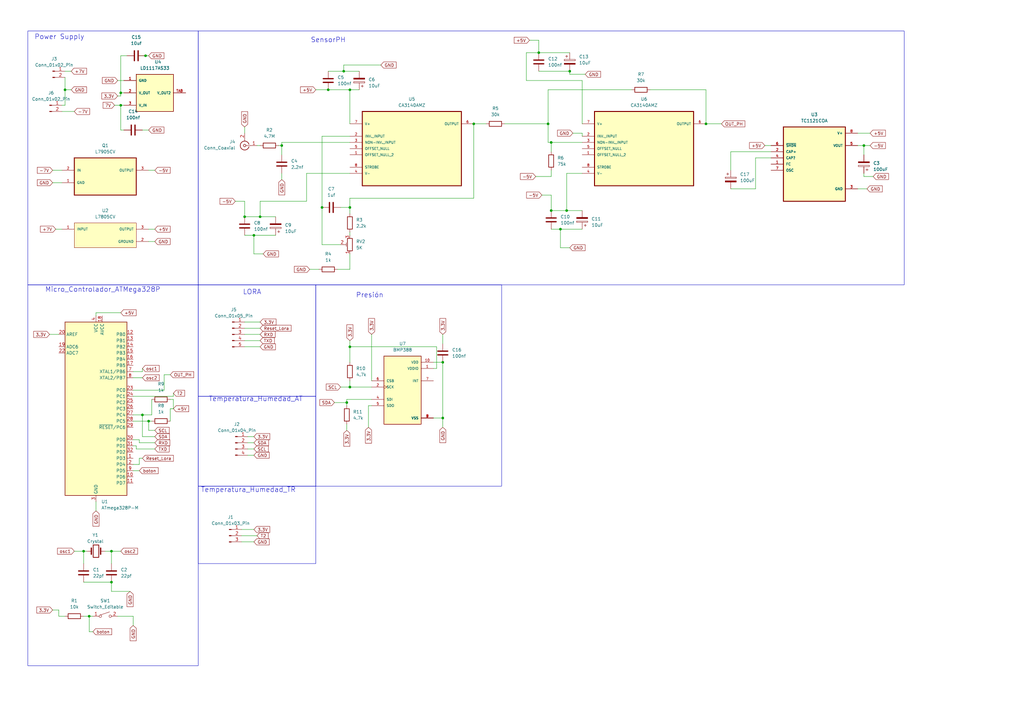
<source format=kicad_sch>
(kicad_sch (version 20231120) (generator "eeschema") (generator_version "8.0")
  (paper "A3")
  (lib_symbols
    (symbol "Connector:Conn_01x02_Pin" (pin_names (offset 1.016) hide)
      (property "Reference" "J" (at 0 2.54 0))
      (property "Value" "Conn_01x02_Pin" (at 0 -5.08 0))
      (symbol "Conn_01x02_Pin_1_1"
        (pin passive line (at 5.08 0 180) (length 3.81) (name "Pin_1") (number "1"))
        (pin passive line (at 5.08 -2.54 180) (length 3.81) (name "Pin_2") (number "2"))
      )
    )
    (symbol "Connector:Conn_01x03_Pin" (pin_names (offset 1.016) hide)
      (property "Reference" "J" (at 0 5.08 0))
      (property "Value" "Conn_01x03_Pin" (at 0 -5.08 0))
      (symbol "Conn_01x03_Pin_1_1"
        (pin passive line (at 5.08 2.54 180) (length 3.81) (name "Pin_1") (number "1"))
        (pin passive line (at 5.08 0 180) (length 3.81) (name "Pin_2") (number "2"))
        (pin passive line (at 5.08 -2.54 180) (length 3.81) (name "Pin_3") (number "3"))
      )
    )
    (symbol "Connector:Conn_01x04_Pin" (pin_names (offset 1.016) hide)
      (property "Reference" "J" (at 0 5.08 0))
      (property "Value" "Conn_01x04_Pin" (at 0 -7.62 0))
      (symbol "Conn_01x04_Pin_1_1"
        (pin passive line (at 5.08 2.54 180) (length 3.81) (name "Pin_1") (number "1"))
        (pin passive line (at 5.08 0 180) (length 3.81) (name "Pin_2") (number "2"))
        (pin passive line (at 5.08 -2.54 180) (length 3.81) (name "Pin_3") (number "3"))
        (pin passive line (at 5.08 -5.08 180) (length 3.81) (name "Pin_4") (number "4"))
      )
    )
    (symbol "Connector:Conn_01x05_Pin" (pin_names (offset 1.016) hide)
      (property "Reference" "J" (at 0 7.62 0))
      (property "Value" "Conn_01x05_Pin" (at 0 -7.62 0))
      (symbol "Conn_01x05_Pin_1_1"
        (pin passive line (at 5.08 5.08 180) (length 3.81) (name "Pin_1") (number "1"))
        (pin passive line (at 5.08 2.54 180) (length 3.81) (name "Pin_2") (number "2"))
        (pin passive line (at 5.08 0 180) (length 3.81) (name "Pin_3") (number "3"))
        (pin passive line (at 5.08 -2.54 180) (length 3.81) (name "Pin_4") (number "4"))
        (pin passive line (at 5.08 -5.08 180) (length 3.81) (name "Pin_5") (number "5"))
      )
    )
    (symbol "Connector:Conn_Coaxial" (pin_names (offset 1.016) hide)
      (property "Reference" "J" (at 0.254 3.048 0))
      (property "Value" "Conn_Coaxial" (at 2.921 0 90))
      (symbol "Conn_Coaxial_1_1"
        (pin passive line (at -5.08 0 0) (length 2.54) (name "In") (number "1"))
        (pin passive line (at 0 -5.08 90) (length 2.54) (name "Ext") (number "2"))
      )
    )
    (symbol "Custom_Library:BMP388" (pin_names (offset 1.016))
      (property "Reference" "U" (at -7.6281 15.2562 0))
      (property "Value" "BMP388" (at -7.6268 -15.2536 0))
      (symbol "BMP388_0_0"
        (pin power_in line (at 12.7 10.16 180) (length 5.08) (name "VDDIO") (number "1"))
        (pin power_in line (at 12.7 12.7 180) (length 5.08) (name "VDD") (number "10"))
        (pin input clock (at -12.7 2.54 0) (length 5.08) (name "SCK") (number "2"))
        (pin power_in line (at 12.7 -10.16 180) (length 5.08) (name "VSS") (number "3"))
        (pin bidirectional line (at -12.7 -2.54 0) (length 5.08) (name "SDI") (number "4"))
        (pin bidirectional line (at -12.7 -5.08 0) (length 5.08) (name "SDO") (number "5"))
        (pin input line (at -12.7 5.08 0) (length 5.08) (name "CSB") (number "6"))
        (pin output line (at 12.7 5.08 180) (length 5.08) (name "INT") (number "7"))
        (pin power_in line (at 12.7 -10.16 180) (length 5.08) (name "VSS") (number "8"))
        (pin power_in line (at 12.7 -10.16 180) (length 5.08) (name "VSS") (number "9"))
      )
    )
    (symbol "Custom_Library:CA3140AMZ" (pin_names (offset 1.016))
      (property "Reference" "U" (at -4.6822 14.988 0))
      (property "Value" "CA3140AMZ" (at -5.8864 -22.0419 0))
      (symbol "CA3140AMZ_0_0"
        (pin passive line (at -25.4 -5.08 0) (length 5.08) (name "OFFSET_NULL_2") (number "1"))
        (pin input line (at -25.4 2.54 0) (length 5.08) (name "INV._INPUT") (number "2"))
        (pin input line (at -25.4 0 0) (length 5.08) (name "NON-INV._INPUT") (number "3"))
        (pin power_in line (at -25.4 -12.7 0) (length 5.08) (name "V-") (number "4"))
        (pin passive line (at -25.4 -2.54 0) (length 5.08) (name "OFFSET_NULL") (number "5"))
        (pin output line (at 25.4 7.62 180) (length 5.08) (name "OUTPUT") (number "6"))
        (pin power_in line (at -25.4 7.62 0) (length 5.08) (name "V+") (number "7"))
        (pin input line (at -25.4 -10.16 0) (length 5.08) (name "STROBE") (number "8"))
      )
    )
    (symbol "Custom_Library:L7805CV" (pin_names (offset 1.016))
      (property "Reference" "U" (at -12.7 5.842 0))
      (property "Value" "L7805CV" (at -12.7 -7.62 0))
      (symbol "L7805CV_0_0"
        (pin input line (at -17.78 2.54 0) (length 5.08) (name "INPUT") (number "1"))
        (pin power_in line (at 17.78 -2.54 180) (length 5.08) (name "GROUND") (number "2"))
        (pin output line (at 17.78 2.54 180) (length 5.08) (name "OUTPUT") (number "3"))
      )
    )
    (symbol "Custom_Library:L7905CV" (pin_names (offset 1.016))
      (property "Reference" "Q" (at -4.7366 9.142 0))
      (property "Value" "L7905CV" (at -5.2261 -15.7036 0))
      (symbol "L7905CV_0_0"
        (pin passive line (at -17.78 -5.08 0) (length 5.08) (name "GND") (number "1"))
        (pin input line (at -17.78 0 0) (length 5.08) (name "IN") (number "2"))
        (pin output line (at 17.78 0 180) (length 5.08) (name "OUTPUT") (number "3"))
      )
    )
    (symbol "Custom_Library:LD1117AS33" (pin_names (offset 1.016))
      (property "Reference" "U" (at -7.6333 10.1777 0))
      (property "Value" "LD1117AS33" (at -7.6298 -12.7163 0))
      (symbol "LD1117AS33_0_0"
        (pin bidirectional line (at -12.7 5.08 0) (length 5.08) (name "GND") (number "1"))
        (pin bidirectional line (at -12.7 0 0) (length 5.08) (name "V_OUT") (number "2"))
        (pin bidirectional line (at -12.7 -5.08 0) (length 5.08) (name "V_IN") (number "3"))
        (pin bidirectional line (at 12.7 0 180) (length 5.08) (name "V_OUT2") (number "TAB"))
      )
    )
    (symbol "Custom_Library:TC1121COA" (pin_names (offset 1.016))
      (property "Reference" "U" (at -12.7 16.24 0))
      (property "Value" "TC1121COA" (at -12.7 -19.24 0))
      (symbol "TC1121COA_0_0"
        (pin input line (at -17.78 0 0) (length 5.08) (name "FC") (number "1"))
        (pin input line (at -17.78 5.08 0) (length 5.08) (name "CAP+") (number "2"))
        (pin power_in line (at 17.78 -10.16 180) (length 5.08) (name "GND") (number "3"))
        (pin input line (at -17.78 2.54 0) (length 5.08) (name "CAP?") (number "4"))
        (pin output line (at 17.78 7.62 180) (length 5.08) (name "VOUT") (number "5"))
        (pin input line (at -17.78 7.62 0) (length 5.08) (name "~{SHDN}") (number "6"))
        (pin input line (at -17.78 -2.54 0) (length 5.08) (name "OSC") (number "7"))
        (pin power_in line (at 17.78 12.7 180) (length 5.08) (name "V+") (number "8"))
      )
    )
    (symbol "Device:C" (pin_numbers hide) (pin_names (offset 0.254))
      (property "Reference" "C" (at 0.635 2.54 0))
      (property "Value" "C" (at 0.635 -2.54 0))
      (symbol "C_1_1"
        (pin passive line (at 0 3.81 270) (length 2.794) (name "~") (number "1"))
        (pin passive line (at 0 -3.81 90) (length 2.794) (name "~") (number "2"))
      )
    )
    (symbol "Device:C_Polarized" (pin_numbers hide) (pin_names (offset 0.254))
      (property "Reference" "C" (at 0.635 2.54 0))
      (property "Value" "C_Polarized" (at 0.635 -2.54 0))
      (symbol "C_Polarized_1_1"
        (pin passive line (at 0 3.81 270) (length 2.794) (name "~") (number "1"))
        (pin passive line (at 0 -3.81 90) (length 2.794) (name "~") (number "2"))
      )
    )
    (symbol "Device:Crystal" (pin_numbers hide) (pin_names (offset 1.016) hide)
      (property "Reference" "Y" (at 0 3.81 0))
      (property "Value" "Crystal" (at 0 -3.81 0))
      (symbol "Crystal_1_1"
        (pin passive line (at -3.81 0 0) (length 1.27) (name "1") (number "1"))
        (pin passive line (at 3.81 0 180) (length 1.27) (name "2") (number "2"))
      )
    )
    (symbol "Device:R" (pin_numbers hide) (pin_names (offset 0))
      (property "Reference" "R" (at 2.032 0 90))
      (property "Value" "R" (at 0 0 90))
      (symbol "R_1_1"
        (pin passive line (at 0 3.81 270) (length 1.27) (name "~") (number "1"))
        (pin passive line (at 0 -3.81 90) (length 1.27) (name "~") (number "2"))
      )
    )
    (symbol "Device:R_Potentiometer_Trim" (pin_names (offset 1.016) hide)
      (property "Reference" "RV" (at -4.445 0 90))
      (property "Value" "R_Potentiometer_Trim" (at -2.54 0 90))
      (symbol "R_Potentiometer_Trim_1_1"
        (pin passive line (at 0 3.81 270) (length 1.27) (name "1") (number "1"))
        (pin passive line (at 3.81 0 180) (length 1.27) (name "2") (number "2"))
        (pin passive line (at 0 -3.81 90) (length 1.27) (name "3") (number "3"))
      )
    )
    (symbol "MCU_Microchip_ATmega:ATmega328P-M"
      (property "Reference" "U" (at -12.7 36.83 0))
      (property "Value" "ATmega328P-M" (at 2.54 -36.83 0))
      (symbol "ATmega328P-M_1_1"
        (pin bidirectional line (at 15.24 -20.32 180) (length 2.54) (name "PD3") (number "1"))
        (pin bidirectional line (at 15.24 -27.94 180) (length 2.54) (name "PD6") (number "10"))
        (pin bidirectional line (at 15.24 -30.48 180) (length 2.54) (name "PD7") (number "11"))
        (pin bidirectional line (at 15.24 30.48 180) (length 2.54) (name "PB0") (number "12"))
        (pin bidirectional line (at 15.24 27.94 180) (length 2.54) (name "PB1") (number "13"))
        (pin bidirectional line (at 15.24 25.4 180) (length 2.54) (name "PB2") (number "14"))
        (pin bidirectional line (at 15.24 22.86 180) (length 2.54) (name "PB3") (number "15"))
        (pin bidirectional line (at 15.24 20.32 180) (length 2.54) (name "PB4") (number "16"))
        (pin bidirectional line (at 15.24 17.78 180) (length 2.54) (name "PB5") (number "17"))
        (pin power_in line (at 2.54 38.1 270) (length 2.54) (name "AVCC") (number "18"))
        (pin input line (at -15.24 25.4 0) (length 2.54) (name "ADC6") (number "19"))
        (pin bidirectional line (at 15.24 -22.86 180) (length 2.54) (name "PD4") (number "2"))
        (pin passive line (at -15.24 30.48 0) (length 2.54) (name "AREF") (number "20"))
        (pin passive line (at 0 -38.1 90) (length 2.54) hide (name "GND") (number "21"))
        (pin input line (at -15.24 22.86 0) (length 2.54) (name "ADC7") (number "22"))
        (pin bidirectional line (at 15.24 7.62 180) (length 2.54) (name "PC0") (number "23"))
        (pin bidirectional line (at 15.24 5.08 180) (length 2.54) (name "PC1") (number "24"))
        (pin bidirectional line (at 15.24 2.54 180) (length 2.54) (name "PC2") (number "25"))
        (pin bidirectional line (at 15.24 0 180) (length 2.54) (name "PC3") (number "26"))
        (pin bidirectional line (at 15.24 -2.54 180) (length 2.54) (name "PC4") (number "27"))
        (pin bidirectional line (at 15.24 -5.08 180) (length 2.54) (name "PC5") (number "28"))
        (pin bidirectional line (at 15.24 -7.62 180) (length 2.54) (name "~{RESET}/PC6") (number "29"))
        (pin power_in line (at 0 -38.1 90) (length 2.54) (name "GND") (number "3"))
        (pin bidirectional line (at 15.24 -12.7 180) (length 2.54) (name "PD0") (number "30"))
        (pin bidirectional line (at 15.24 -15.24 180) (length 2.54) (name "PD1") (number "31"))
        (pin bidirectional line (at 15.24 -17.78 180) (length 2.54) (name "PD2") (number "32"))
        (pin passive line (at 0 -38.1 90) (length 2.54) hide (name "GND") (number "33"))
        (pin power_in line (at 0 38.1 270) (length 2.54) (name "VCC") (number "4"))
        (pin passive line (at 0 -38.1 90) (length 2.54) hide (name "GND") (number "5"))
        (pin passive line (at 0 38.1 270) (length 2.54) hide (name "VCC") (number "6"))
        (pin bidirectional line (at 15.24 15.24 180) (length 2.54) (name "XTAL1/PB6") (number "7"))
        (pin bidirectional line (at 15.24 12.7 180) (length 2.54) (name "XTAL2/PB7") (number "8"))
        (pin bidirectional line (at 15.24 -25.4 180) (length 2.54) (name "PD5") (number "9"))
      )
    )
    (symbol "Switch_new:Switch_Editable"
      (property "Reference" "SW" (at -0.254 4.572 0))
      (property "Value" "Switch_Editable" (at 0.254 -2.54 0))
      (symbol "Switch_Editable_0_1"
        (pin passive line (at -5.08 0 0) (length 2.54) (name "") (number "1"))
        (pin passive line (at 5.08 0 180) (length 2.54) (name "") (number "2"))
      )
    )
  )
  (junction (at 49.53 38.1))
  (junction (at 232.41 86.36))
  (junction (at 115.57 59.69))
  (junction (at 106.68 88.9))
  (junction (at 143.51 158.75))
  (junction (at 233.68 29.21))
  (junction (at 142.24 165.1))
  (junction (at 224.79 50.8))
  (junction (at 45.72 238.76))
  (junction (at 140.97 29.21))
  (junction (at 143.51 85.09))
  (junction (at 49.53 43.18))
  (junction (at 100.33 88.9))
  (junction (at 220.98 21.59))
  (junction (at 143.51 142.24))
  (junction (at 34.29 226.06))
  (junction (at 226.06 86.36))
  (junction (at 143.51 36.83))
  (junction (at 45.72 226.06))
  (junction (at 289.56 50.8))
  (junction (at 354.33 59.69))
  (junction (at 181.61 171.45))
  (junction (at 60.96 172.72))
  (junction (at 132.08 85.09))
  (junction (at 58.42 170.18))
  (junction (at 134.62 36.83))
  (junction (at 229.87 93.98))
  (junction (at 181.61 148.59))
  (junction (at 226.06 58.42))
  (junction (at 26.67 36.83))
  (junction (at 194.31 50.8))
  (junction (at 36.576 252.73))
  (junction (at 59.69 22.86))
  (junction (at 104.14 96.52))
  (wire (pts (xy 143.51 36.83) (xy 143.51 50.8)))
  (wire (pts (xy 100.33 139.7) (xy 106.68 139.7)))
  (wire (pts (xy 351.79 77.47) (xy 355.6 77.47)))
  (wire (pts (xy 140.97 29.21) (xy 147.32 29.21)))
  (wire (pts (xy 34.29 226.06) (xy 34.29 231.14)))
  (wire (pts (xy 142.24 173.99) (xy 142.24 176.53)))
  (wire (pts (xy 71.12 163.83) (xy 71.12 167.64)))
  (wire (pts (xy 143.51 158.75) (xy 152.4 158.75)))
  (wire (pts (xy 143.51 156.21) (xy 143.51 158.75)))
  (wire (pts (xy 69.85 172.72) (xy 69.85 167.64)))
  (wire (pts (xy 226.06 93.98) (xy 229.87 93.98)))
  (wire (pts (xy 354.33 59.69) (xy 356.87 59.69)))
  (wire (pts (xy 143.51 87.63) (xy 143.51 85.09)))
  (wire (pts (xy 125.73 71.12) (xy 143.51 71.12)))
  (wire (pts (xy 63.5 181.61) (xy 57.15 181.61)))
  (wire (pts (xy 238.76 50.8) (xy 238.76 33.02)))
  (wire (pts (xy 46.99 43.18) (xy 49.53 43.18)))
  (wire (pts (xy 69.85 167.64) (xy 71.12 167.64)))
  (wire (pts (xy 36.576 259.08) (xy 38.1 259.08)))
  (wire (pts (xy 220.98 29.21) (xy 233.68 29.21)))
  (wire (pts (xy 219.71 72.39) (xy 226.06 72.39)))
  (wire (pts (xy 60.96 93.98) (xy 63.5 93.98)))
  (wire (pts (xy 143.51 55.88) (xy 132.08 55.88)))
  (wire (pts (xy 20.32 137.16) (xy 24.13 137.16)))
  (wire (pts (xy 104.14 104.14) (xy 104.14 96.52)))
  (wire (pts (xy 60.96 69.85) (xy 63.5 69.85)))
  (wire (pts (xy 49.53 43.18) (xy 50.8 43.18)))
  (wire (pts (xy 351.79 54.61) (xy 356.87 54.61)))
  (wire (pts (xy 207.01 50.8) (xy 224.79 50.8)))
  (wire (pts (xy 48.26 39.37) (xy 49.53 39.37)))
  (wire (pts (xy 106.68 88.9) (xy 113.03 88.9)))
  (wire (pts (xy 289.56 50.8) (xy 295.91 50.8)))
  (wire (pts (xy 26.67 36.83) (xy 26.67 43.18)))
  (wire (pts (xy 138.43 110.49) (xy 143.51 110.49)))
  (wire (pts (xy 26.67 29.21) (xy 29.21 29.21)))
  (wire (pts (xy 45.72 226.06) (xy 43.18 226.06)))
  (wire (pts (xy 53.34 242.57) (xy 45.72 242.57)))
  (wire (pts (xy 58.42 152.4) (xy 58.42 151.13)))
  (wire (pts (xy 143.51 110.49) (xy 143.51 104.14)))
  (wire (pts (xy 63.5 179.07) (xy 58.42 179.07)))
  (wire (pts (xy 177.8 151.13) (xy 179.07 151.13)))
  (wire (pts (xy 101.6 181.61) (xy 104.14 181.61)))
  (wire (pts (xy 224.79 58.42) (xy 226.06 58.42)))
  (wire (pts (xy 139.7 158.75) (xy 143.51 158.75)))
  (wire (pts (xy 217.17 16.51) (xy 220.98 16.51)))
  (wire (pts (xy 100.33 134.62) (xy 106.68 134.62)))
  (wire (pts (xy 240.03 30.48) (xy 233.68 30.48)))
  (wire (pts (xy 58.42 170.18) (xy 62.23 170.18)))
  (wire (pts (xy 194.31 81.28) (xy 143.51 81.28)))
  (wire (pts (xy 100.33 96.52) (xy 104.14 96.52)))
  (wire (pts (xy 127 110.49) (xy 130.81 110.49)))
  (wire (pts (xy 24.13 252.73) (xy 24.13 250.19)))
  (wire (pts (xy 233.68 101.6) (xy 229.87 101.6)))
  (wire (pts (xy 238.76 54.61) (xy 234.95 54.61)))
  (wire (pts (xy 21.59 250.19) (xy 24.13 250.19)))
  (wire (pts (xy 299.72 69.85) (xy 299.72 62.23)))
  (wire (pts (xy 49.53 22.86) (xy 49.53 38.1)))
  (wire (pts (xy 71.12 162.56) (xy 71.12 161.29)))
  (wire (pts (xy 101.6 186.69) (xy 104.14 186.69)))
  (wire (pts (xy 57.15 190.5) (xy 54.61 190.5)))
  (wire (pts (xy 48.26 252.73) (xy 54.61 252.73)))
  (wire (pts (xy 115.57 59.69) (xy 115.57 63.5)))
  (wire (pts (xy 57.15 187.96) (xy 57.15 190.5)))
  (wire (pts (xy 54.61 193.04) (xy 57.15 193.04)))
  (wire (pts (xy 50.8 53.34) (xy 49.53 53.34)))
  (wire (pts (xy 226.06 80.01) (xy 226.06 86.36)))
  (wire (pts (xy 99.06 217.17) (xy 104.14 217.17)))
  (wire (pts (xy 105.41 59.69) (xy 106.68 59.69)))
  (wire (pts (xy 179.07 142.24) (xy 143.51 142.24)))
  (wire (pts (xy 99.06 219.71) (xy 105.41 219.71)))
  (wire (pts (xy 222.25 80.01) (xy 226.06 80.01)))
  (wire (pts (xy 226.06 58.42) (xy 238.76 58.42)))
  (wire (pts (xy 54.61 154.94) (xy 58.42 154.94)))
  (wire (pts (xy 143.51 142.24) (xy 143.51 148.59)))
  (wire (pts (xy 57.15 181.61) (xy 57.15 180.34)))
  (wire (pts (xy 55.88 184.15) (xy 55.88 182.88)))
  (wire (pts (xy 59.69 22.86) (xy 60.96 22.86)))
  (wire (pts (xy 21.59 74.93) (xy 25.4 74.93)))
  (wire (pts (xy 143.51 36.83) (xy 147.32 36.83)))
  (wire (pts (xy 54.61 160.02) (xy 67.31 160.02)))
  (wire (pts (xy 54.61 172.72) (xy 60.96 172.72)))
  (wire (pts (xy 137.16 165.1) (xy 142.24 165.1)))
  (wire (pts (xy 351.79 59.69) (xy 354.33 59.69)))
  (wire (pts (xy 60.96 99.06) (xy 63.5 99.06)))
  (wire (pts (xy 143.51 95.25) (xy 143.51 96.52)))
  (wire (pts (xy 129.54 36.83) (xy 134.62 36.83)))
  (wire (pts (xy 106.68 82.55) (xy 125.73 82.55)))
  (wire (pts (xy 151.13 166.37) (xy 152.4 166.37)))
  (wire (pts (xy 152.4 137.16) (xy 152.4 156.21)))
  (wire (pts (xy 143.51 58.42) (xy 115.57 58.42)))
  (wire (pts (xy 101.6 179.07) (xy 104.14 179.07)))
  (wire (pts (xy 313.69 59.69) (xy 316.23 59.69)))
  (wire (pts (xy 142.24 165.1) (xy 142.24 163.83)))
  (wire (pts (xy 354.33 72.39) (xy 358.14 72.39)))
  (wire (pts (xy 115.57 58.42) (xy 115.57 59.69)))
  (wire (pts (xy 299.72 77.47) (xy 309.88 77.47)))
  (wire (pts (xy 60.96 172.72) (xy 60.96 176.53)))
  (wire (pts (xy 114.3 59.69) (xy 115.57 59.69)))
  (wire (pts (xy 134.62 36.83) (xy 143.51 36.83)))
  (wire (pts (xy 142.24 166.37) (xy 142.24 165.1)))
  (wire (pts (xy 54.61 252.73) (xy 54.61 256.54)))
  (wire (pts (xy 49.53 39.37) (xy 49.53 38.1)))
  (wire (pts (xy 57.15 180.34) (xy 54.61 180.34)))
  (wire (pts (xy 96.52 82.55) (xy 100.33 82.55)))
  (wire (pts (xy 60.96 172.72) (xy 62.23 172.72)))
  (wire (pts (xy 45.72 231.14) (xy 45.72 226.06)))
  (wire (pts (xy 220.98 16.51) (xy 220.98 21.59)))
  (wire (pts (xy 177.8 148.59) (xy 181.61 148.59)))
  (wire (pts (xy 143.51 85.09) (xy 139.7 85.09)))
  (wire (pts (xy 35.56 226.06) (xy 34.29 226.06)))
  (wire (pts (xy 220.98 21.59) (xy 233.68 21.59)))
  (wire (pts (xy 134.62 29.21) (xy 140.97 29.21)))
  (wire (pts (xy 21.59 69.85) (xy 25.4 69.85)))
  (wire (pts (xy 45.72 226.06) (xy 49.53 226.06)))
  (wire (pts (xy 194.31 50.8) (xy 194.31 81.28)))
  (wire (pts (xy 226.06 72.39) (xy 226.06 69.85)))
  (wire (pts (xy 179.07 151.13) (xy 179.07 142.24)))
  (wire (pts (xy 58.42 179.07) (xy 58.42 170.18)))
  (wire (pts (xy 140.97 26.67) (xy 140.97 29.21)))
  (wire (pts (xy 232.41 71.12) (xy 232.41 86.36)))
  (wire (pts (xy 39.37 129.54) (xy 39.37 128.27)))
  (wire (pts (xy 62.23 170.18) (xy 62.23 163.83)))
  (wire (pts (xy 132.08 100.33) (xy 132.08 85.09)))
  (wire (pts (xy 57.15 22.86) (xy 59.69 22.86)))
  (wire (pts (xy 25.4 43.18) (xy 26.67 43.18)))
  (wire (pts (xy 232.41 71.12) (xy 238.76 71.12)))
  (wire (pts (xy 100.33 132.08) (xy 106.68 132.08)))
  (wire (pts (xy 238.76 55.88) (xy 238.76 54.61)))
  (wire (pts (xy 34.29 252.73) (xy 36.576 252.73)))
  (wire (pts (xy 106.68 82.55) (xy 106.68 88.9)))
  (wire (pts (xy 354.33 59.69) (xy 354.33 63.5)))
  (wire (pts (xy 181.61 137.16) (xy 181.61 140.97)))
  (wire (pts (xy 58.42 187.96) (xy 57.15 187.96)))
  (wire (pts (xy 30.48 226.06) (xy 34.29 226.06)))
  (wire (pts (xy 224.79 50.8) (xy 224.79 58.42)))
  (wire (pts (xy 229.87 93.98) (xy 238.76 93.98)))
  (wire (pts (xy 36.576 252.73) (xy 36.576 259.08)))
  (wire (pts (xy 309.88 64.77) (xy 316.23 64.77)))
  (wire (pts (xy 100.33 82.55) (xy 100.33 88.9)))
  (wire (pts (xy 67.31 153.67) (xy 69.85 153.67)))
  (wire (pts (xy 22.86 93.98) (xy 25.4 93.98)))
  (wire (pts (xy 104.14 96.52) (xy 113.03 96.52)))
  (wire (pts (xy 48.26 33.02) (xy 50.8 33.02)))
  (wire (pts (xy 54.61 152.4) (xy 58.42 152.4)))
  (wire (pts (xy 54.61 162.56) (xy 71.12 162.56)))
  (wire (pts (xy 39.37 128.27) (xy 49.53 128.27)))
  (wire (pts (xy 67.31 160.02) (xy 67.31 153.67)))
  (wire (pts (xy 52.07 22.86) (xy 49.53 22.86)))
  (wire (pts (xy 24.13 252.73) (xy 26.67 252.73)))
  (wire (pts (xy 143.51 81.28) (xy 143.51 85.09)))
  (wire (pts (xy 26.67 36.83) (xy 29.21 36.83)))
  (wire (pts (xy 229.87 101.6) (xy 229.87 93.98)))
  (wire (pts (xy 181.61 171.45) (xy 181.61 175.26)))
  (wire (pts (xy 100.33 88.9) (xy 106.68 88.9)))
  (wire (pts (xy 107.95 104.14) (xy 104.14 104.14)))
  (wire (pts (xy 101.6 184.15) (xy 104.14 184.15)))
  (wire (pts (xy 36.576 252.73) (xy 38.1 252.73)))
  (wire (pts (xy 232.41 86.36) (xy 238.76 86.36)))
  (wire (pts (xy 58.42 53.34) (xy 60.96 53.34)))
  (wire (pts (xy 215.9 33.02) (xy 215.9 21.59)))
  (wire (pts (xy 224.79 36.83) (xy 224.79 50.8)))
  (wire (pts (xy 238.76 33.02) (xy 215.9 33.02)))
  (wire (pts (xy 25.4 45.72) (xy 30.48 45.72)))
  (wire (pts (xy 55.88 182.88) (xy 54.61 182.88)))
  (wire (pts (xy 63.5 184.15) (xy 55.88 184.15)))
  (wire (pts (xy 299.72 62.23) (xy 316.23 62.23)))
  (wire (pts (xy 224.79 36.83) (xy 259.08 36.83)))
  (wire (pts (xy 215.9 21.59) (xy 220.98 21.59)))
  (wire (pts (xy 309.88 77.47) (xy 309.88 64.77)))
  (wire (pts (xy 26.67 31.75) (xy 26.67 36.83)))
  (wire (pts (xy 226.06 86.36) (xy 232.41 86.36)))
  (wire (pts (xy 100.33 137.16) (xy 106.68 137.16)))
  (wire (pts (xy 142.24 163.83) (xy 152.4 163.83)))
  (wire (pts (xy 100.33 142.24) (xy 106.68 142.24)))
  (wire (pts (xy 54.61 170.18) (xy 58.42 170.18)))
  (wire (pts (xy 151.13 166.37) (xy 151.13 175.26)))
  (wire (pts (xy 266.7 36.83) (xy 289.56 36.83)))
  (wire (pts (xy 115.57 71.12) (xy 115.57 73.66)))
  (wire (pts (xy 233.68 30.48) (xy 233.68 29.21)))
  (wire (pts (xy 34.29 238.76) (xy 45.72 238.76)))
  (wire (pts (xy 139.7 100.33) (xy 132.08 100.33)))
  (wire (pts (xy 132.08 55.88) (xy 132.08 85.09)))
  (wire (pts (xy 177.8 171.45) (xy 181.61 171.45)))
  (wire (pts (xy 354.33 71.12) (xy 354.33 72.39)))
  (wire (pts (xy 99.06 222.25) (xy 104.14 222.25)))
  (wire (pts (xy 63.5 176.53) (xy 60.96 176.53)))
  (wire (pts (xy 289.56 36.83) (xy 289.56 50.8)))
  (wire (pts (xy 45.72 242.57) (xy 45.72 238.76)))
  (wire (pts (xy 69.85 163.83) (xy 71.12 163.83)))
  (wire (pts (xy 100.33 52.07) (xy 100.33 54.61)))
  (wire (pts (xy 194.31 50.8) (xy 199.39 50.8)))
  (wire (pts (xy 156.21 26.67) (xy 140.97 26.67)))
  (wire (pts (xy 39.37 205.74) (xy 39.37 209.55)))
  (wire (pts (xy 143.51 139.7) (xy 143.51 142.24)))
  (wire (pts (xy 49.53 38.1) (xy 50.8 38.1)))
  (wire (pts (xy 226.06 58.42) (xy 226.06 62.23)))
  (wire (pts (xy 49.53 53.34) (xy 49.53 43.18)))
  (wire (pts (xy 181.61 171.45) (xy 181.61 148.59)))
  (wire (pts (xy 125.73 82.55) (xy 125.73 71.12)))
  (rectangle (start 81.28 162.56) (end 129.54 199.39))
  (rectangle (start 11.43 12.7) (end 81.28 116.84))
  (rectangle (start 81.28 12.7) (end 370.84 116.84))
  (rectangle (start 129.54 116.84) (end 205.74 199.39))
  (rectangle (start 11.43 116.84) (end 81.28 273.05))
  (rectangle (start 81.28 116.84) (end 129.54 162.56))
  (rectangle (start 81.28 199.39) (end 129.54 231.14))
  (text "Temperatura_Humedad_AT\n\n" (at 104.902 165.354 0) (effects (font (size 2 2))))
  (text "LORA\n" (at 103.378 119.888 0) (effects (font (size 2 2))))
  (text "Micro_Controlador_ATMega328P\n" (at 42.164 118.872 0) (effects (font (size 2 2))))
  (text "Temperatura_Humedad_TR\n\n\n" (at 101.854 204.216 0) (effects (font (size 2 2))))
  (text "SensorPH\n" (at 134.62 16.51 0) (effects (font (size 2 2))))
  (text "Power Supply" (at 24.384 15.24 0) (effects (font (size 2 2))))
  (text "Presión" (at 151.638 121.158 0) (effects (font (size 2 2))))
  (global_label "GND" (shape input) (at 106.68 142.24 0) (property "Intersheetrefs" "${INTERSHEET_REFS}" (effects (hide yes))))
  (global_label "GND" (shape input) (at 104.14 222.25 0) (property "Intersheetrefs" "${INTERSHEET_REFS}" (effects (hide yes))))
  (global_label "Reset_Lora" (shape input) (at 58.42 187.96 0) (property "Intersheetrefs" "${INTERSHEET_REFS}" (effects (hide yes))))
  (global_label "OUT_PH" (shape input) (at 295.91 50.8 0) (property "Intersheetrefs" "${INTERSHEET_REFS}" (effects (hide yes))))
  (global_label "SDA" (shape input) (at 63.5 179.07 0) (property "Intersheetrefs" "${INTERSHEET_REFS}" (effects (hide yes))))
  (global_label "3.3V" (shape input) (at 106.68 132.08 0) (property "Intersheetrefs" "${INTERSHEET_REFS}" (effects (hide yes))))
  (global_label "3.3V" (shape input) (at 151.13 175.26 270) (property "Intersheetrefs" "${INTERSHEET_REFS}" (effects (hide yes))))
  (global_label "GND" (shape input) (at 358.14 72.39 0) (property "Intersheetrefs" "${INTERSHEET_REFS}" (effects (hide yes))))
  (global_label "T2" (shape input) (at 71.12 161.29 0) (property "Intersheetrefs" "${INTERSHEET_REFS}" (effects (hide yes))))
  (global_label "SCL" (shape input) (at 63.5 176.53 0) (property "Intersheetrefs" "${INTERSHEET_REFS}" (effects (hide yes))))
  (global_label "+5V" (shape input) (at 313.69 59.69 180) (property "Intersheetrefs" "${INTERSHEET_REFS}" (effects (hide yes))))
  (global_label "+5V" (shape input) (at 63.5 93.98 0) (property "Intersheetrefs" "${INTERSHEET_REFS}" (effects (hide yes))))
  (global_label "-5V" (shape input) (at 63.5 69.85 0) (property "Intersheetrefs" "${INTERSHEET_REFS}" (effects (hide yes))))
  (global_label "3.3V" (shape input) (at 48.26 39.37 180) (property "Intersheetrefs" "${INTERSHEET_REFS}" (effects (hide yes))))
  (global_label "3.3V" (shape input) (at 104.14 179.07 0) (property "Intersheetrefs" "${INTERSHEET_REFS}" (effects (hide yes))))
  (global_label "SCL" (shape input) (at 104.14 184.15 0) (property "Intersheetrefs" "${INTERSHEET_REFS}" (effects (hide yes))))
  (global_label "3.3V" (shape input) (at 181.61 137.16 90) (property "Intersheetrefs" "${INTERSHEET_REFS}" (effects (hide yes))))
  (global_label "GND" (shape input) (at 60.96 53.34 0) (property "Intersheetrefs" "${INTERSHEET_REFS}" (effects (hide yes))))
  (global_label "osc1" (shape input) (at 58.42 151.13 0) (property "Intersheetrefs" "${INTERSHEET_REFS}" (effects (hide yes))))
  (global_label "GND" (shape input) (at 115.57 73.66 270) (property "Intersheetrefs" "${INTERSHEET_REFS}" (effects (hide yes))))
  (global_label "3.3V" (shape input) (at 104.14 217.17 0) (property "Intersheetrefs" "${INTERSHEET_REFS}" (effects (hide yes))))
  (global_label "TXD" (shape input) (at 63.5 184.15 0) (property "Intersheetrefs" "${INTERSHEET_REFS}" (effects (hide yes))))
  (global_label "3.3V" (shape input) (at 152.4 137.16 90) (property "Intersheetrefs" "${INTERSHEET_REFS}" (effects (hide yes))))
  (global_label "GND" (shape input) (at 39.37 209.55 270) (property "Intersheetrefs" "${INTERSHEET_REFS}" (effects (hide yes))))
  (global_label "GND" (shape input) (at 156.21 26.67 0) (property "Intersheetrefs" "${INTERSHEET_REFS}" (effects (hide yes))))
  (global_label "boton" (shape input) (at 38.1 259.08 0) (property "Intersheetrefs" "${INTERSHEET_REFS}" (effects (hide yes))))
  (global_label "RXD" (shape input) (at 106.68 137.16 0) (property "Intersheetrefs" "${INTERSHEET_REFS}" (effects (hide yes))))
  (global_label "SCL" (shape input) (at 139.7 158.75 180) (property "Intersheetrefs" "${INTERSHEET_REFS}" (effects (hide yes))))
  (global_label "7V" (shape input) (at 46.99 43.18 180) (property "Intersheetrefs" "${INTERSHEET_REFS}" (effects (hide yes))))
  (global_label "+7V" (shape input) (at 29.21 29.21 0) (property "Intersheetrefs" "${INTERSHEET_REFS}" (effects (hide yes))))
  (global_label "GND" (shape input) (at 104.14 186.69 0) (property "Intersheetrefs" "${INTERSHEET_REFS}" (effects (hide yes))))
  (global_label "+5V" (shape input) (at 356.87 54.61 0) (property "Intersheetrefs" "${INTERSHEET_REFS}" (effects (hide yes))))
  (global_label "GND" (shape input) (at 60.96 22.86 0) (property "Intersheetrefs" "${INTERSHEET_REFS}" (effects (hide yes))))
  (global_label "GND" (shape input) (at 100.33 52.07 90) (property "Intersheetrefs" "${INTERSHEET_REFS}" (effects (hide yes))))
  (global_label "GND" (shape input) (at 233.68 101.6 0) (property "Intersheetrefs" "${INTERSHEET_REFS}" (effects (hide yes))))
  (global_label "Reset_Lora" (shape input) (at 106.68 134.62 0) (property "Intersheetrefs" "${INTERSHEET_REFS}" (effects (hide yes))))
  (global_label "osc2" (shape input) (at 58.42 154.94 0) (property "Intersheetrefs" "${INTERSHEET_REFS}" (effects (hide yes))))
  (global_label "GND" (shape input) (at 107.95 104.14 0) (property "Intersheetrefs" "${INTERSHEET_REFS}" (effects (hide yes))))
  (global_label "+7V" (shape input) (at 22.86 93.98 180) (property "Intersheetrefs" "${INTERSHEET_REFS}" (effects (hide yes))))
  (global_label "-7V" (shape input) (at 30.48 45.72 0) (property "Intersheetrefs" "${INTERSHEET_REFS}" (effects (hide yes))))
  (global_label "SDA" (shape input) (at 137.16 165.1 180) (property "Intersheetrefs" "${INTERSHEET_REFS}" (effects (hide yes))))
  (global_label "osc1" (shape input) (at 30.48 226.06 180) (property "Intersheetrefs" "${INTERSHEET_REFS}" (effects (hide yes))))
  (global_label "GND" (shape input) (at 240.03 30.48 0) (property "Intersheetrefs" "${INTERSHEET_REFS}" (effects (hide yes))))
  (global_label "+5V" (shape input) (at 49.53 128.27 0) (property "Intersheetrefs" "${INTERSHEET_REFS}" (effects (hide yes))))
  (global_label "GND" (shape input) (at 48.26 33.02 180) (property "Intersheetrefs" "${INTERSHEET_REFS}" (effects (hide yes))))
  (global_label "3.3V" (shape input) (at 142.24 176.53 270) (property "Intersheetrefs" "${INTERSHEET_REFS}" (effects (hide yes))))
  (global_label "GND" (shape input) (at 21.59 74.93 180) (property "Intersheetrefs" "${INTERSHEET_REFS}" (effects (hide yes))))
  (global_label "GND" (shape input) (at 355.6 77.47 0) (property "Intersheetrefs" "${INTERSHEET_REFS}" (effects (hide yes))))
  (global_label "GND" (shape input) (at 181.61 175.26 270) (property "Intersheetrefs" "${INTERSHEET_REFS}" (effects (hide yes))))
  (global_label "SDA" (shape input) (at 104.14 181.61 0) (property "Intersheetrefs" "${INTERSHEET_REFS}" (effects (hide yes))))
  (global_label "GND" (shape input) (at 54.61 256.54 270) (property "Intersheetrefs" "${INTERSHEET_REFS}" (effects (hide yes))))
  (global_label "3.3V" (shape input) (at 20.32 137.16 180) (property "Intersheetrefs" "${INTERSHEET_REFS}" (effects (hide yes))))
  (global_label "OUT_PH" (shape input) (at 69.85 153.67 0) (property "Intersheetrefs" "${INTERSHEET_REFS}" (effects (hide yes))))
  (global_label "3.3V" (shape input) (at 21.59 250.19 180) (property "Intersheetrefs" "${INTERSHEET_REFS}" (effects (hide yes))))
  (global_label "3.3V" (shape input) (at 143.51 139.7 90) (property "Intersheetrefs" "${INTERSHEET_REFS}" (effects (hide yes))))
  (global_label "GND" (shape input) (at 53.34 242.57 270) (property "Intersheetrefs" "${INTERSHEET_REFS}" (effects (hide yes))))
  (global_label "-7V" (shape input) (at 21.59 69.85 180) (property "Intersheetrefs" "${INTERSHEET_REFS}" (effects (hide yes))))
  (global_label "RXD" (shape input) (at 63.5 181.61 0) (property "Intersheetrefs" "${INTERSHEET_REFS}" (effects (hide yes))))
  (global_label "GND" (shape input) (at 63.5 99.06 0) (property "Intersheetrefs" "${INTERSHEET_REFS}" (effects (hide yes))))
  (global_label "-5V" (shape input) (at 356.87 59.69 0) (property "Intersheetrefs" "${INTERSHEET_REFS}" (effects (hide yes))))
  (global_label "GND" (shape input) (at 29.21 36.83 0) (property "Intersheetrefs" "${INTERSHEET_REFS}" (effects (hide yes))))
  (global_label "+5V" (shape input) (at 71.12 167.64 0) (property "Intersheetrefs" "${INTERSHEET_REFS}" (effects (hide yes))))
  (global_label "+5V" (shape input) (at 217.17 16.51 180) (property "Intersheetrefs" "${INTERSHEET_REFS}" (effects (hide yes))))
  (global_label "GND" (shape input) (at 234.95 54.61 180) (property "Intersheetrefs" "${INTERSHEET_REFS}" (effects (hide yes))))
  (global_label "GND" (shape input) (at 127 110.49 180) (property "Intersheetrefs" "${INTERSHEET_REFS}" (effects (hide yes))))
  (global_label "osc2" (shape input) (at 49.53 226.06 0) (property "Intersheetrefs" "${INTERSHEET_REFS}" (effects (hide yes))))
  (global_label "TXD" (shape input) (at 106.68 139.7 0) (property "Intersheetrefs" "${INTERSHEET_REFS}" (effects (hide yes))))
  (global_label "-5V" (shape input) (at 222.25 80.01 180) (property "Intersheetrefs" "${INTERSHEET_REFS}" (effects (hide yes))))
  (global_label "+5V" (shape input) (at 129.54 36.83 180) (property "Intersheetrefs" "${INTERSHEET_REFS}" (effects (hide yes))))
  (global_label "boton" (shape input) (at 57.15 193.04 0) (property "Intersheetrefs" "${INTERSHEET_REFS}" (effects (hide yes))))
  (global_label "-5V" (shape input) (at 96.52 82.55 180) (property "Intersheetrefs" "${INTERSHEET_REFS}" (effects (hide yes))))
  (global_label "T2" (shape input) (at 105.41 219.71 0) (property "Intersheetrefs" "${INTERSHEET_REFS}" (effects (hide yes))))
  (global_label "-5V" (shape input) (at 219.71 72.39 180) (property "Intersheetrefs" "${INTERSHEET_REFS}" (effects (hide yes))))
  (symbol (lib_id "Connector:Conn_01x02_Pin") (at 20.32 43.18 0) (unit 1)
    (property "Reference" "J6" (at 20.955 38.1 0))
    (property "Value" "Conn_01x02_Pin" (at 20.955 40.64 0))
    (property "Footprint" "Connector_JST:JST_XH_B2B-XH-AM_1x02_P2.50mm_Vertical" (effects (hide yes)))
    (property "Description" "Generic connector, single row, 01x02, script generated" (effects (hide yes)))
  )
  (symbol (lib_id "Device:R") (at 142.24 170.18 180) (unit 1)
    (property "Reference" "R11" (at 144.78 168.9099 0) (effects (justify right)))
    (property "Value" "4.7k" (at 144.78 171.4499 0) (effects (justify right)))
    (property "Footprint" "Resistor_SMD:R_1206_3216Metric" (effects (hide yes)))
  )
  (symbol (lib_id "Device:C_Polarized") (at 147.32 33.02 180) (unit 1)
    (property "Reference" "C6" (at 151.13 32.6389 0) (effects (justify right)))
    (property "Value" "10uF" (at 151.13 35.1789 0) (effects (justify right)))
    (property "Footprint" "Capacitor_THT:CP_Radial_D4.0mm_P1.50mm" (effects (hide yes)))
    (property "Description" "Polarized capacitor" (effects (hide yes)))
  )
  (symbol (lib_id "Custom_Library:CA3140AMZ") (at 264.16 58.42 0) (unit 1)
    (property "Reference" "U6" (at 264.16 40.64 0))
    (property "Value" "CA3140AMZ" (at 264.16 43.18 0))
    (property "Footprint" "Custom_Library:SOIC127P600X175-8N" (effects (hide yes)))
    (property "MF" "Renesas Electronics America Inc" (effects (hide yes)))
    (property "Description_1" "\nGeneral Purpose Amplifier 1 Circuit - 8-SOIC\n" (effects (hide yes)))
    (property "PACKAGE" "SOIC-8" (effects (hide yes)))
    (property "MPN" "CA3140AMZ" (effects (hide yes)))
    (property "Price" "None" (effects (hide yes)))
    (property "Package" "SOIC-8 Renesas Electronics America Inc" (effects (hide yes)))
    (property "OC_FARNELL" "9663622" (effects (hide yes)))
    (property "SnapEDA_Link" "https://www.snapeda.com/parts/CA3140AMZ/Renesas/view-part/?ref=snap" (effects (hide yes)))
    (property "MP" "CA3140AMZ" (effects (hide yes)))
    (property "Purchase-URL" "https://www.snapeda.com/api/url_track_click_mouser/?unipart_id=5162009&manufacturer=Renesas Electronics America Inc&part_name=CA3140AMZ&search_term=ca3140amz" (effects (hide yes)))
    (property "SUPPLIER" "INTERSIL" (effects (hide yes)))
    (property "OC_NEWARK" "57K3024" (effects (hide yes)))
    (property "Availability" "In Stock" (effects (hide yes)))
    (property "Check_prices" "https://www.snapeda.com/parts/CA3140AMZ/Renesas/view-part/?ref=eda" (effects (hide yes)))
  )
  (symbol (lib_id "Device:C") (at 45.72 234.95 0) (unit 1)
    (property "Reference" "C2" (at 49.53 233.6799 0) (effects (justify left)))
    (property "Value" "22pf" (at 49.53 236.2199 0) (effects (justify left)))
    (property "Footprint" "Capacitor_THT:C_Disc_D5.0mm_W2.5mm_P5.00mm" (effects (hide yes)))
  )
  (symbol (lib_id "Connector:Conn_01x04_Pin") (at 96.52 181.61 0) (unit 1)
    (property "Reference" "J2" (at 97.155 173.99 0))
    (property "Value" "Conn_01x04_Pin" (at 97.155 176.53 0))
    (property "Footprint" "Connector_JST:JST_XH_B4B-XH-AM_1x04_P2.50mm_Vertical" (effects (hide yes)))
    (property "Description" "Generic connector, single row, 01x04, script generated" (effects (hide yes)))
  )
  (symbol (lib_id "Device:R") (at 66.04 172.72 90) (unit 1)
    (property "Reference" "R8" (at 66.04 166.37 90))
    (property "Value" "1k" (at 66.04 168.91 90))
    (property "Footprint" "Resistor_SMD:R_1206_3216Metric" (effects (hide yes)))
  )
  (symbol (lib_id "Device:Crystal") (at 39.37 226.06 0) (unit 1)
    (property "Reference" "Y1" (at 39.116 219.456 0))
    (property "Value" "Crystal" (at 39.116 221.996 0))
    (property "Footprint" "Crystal:Crystal_HC49-4H_Vertical" (effects (hide yes)))
  )
  (symbol (lib_id "Connector:Conn_Coaxial") (at 100.33 59.69 180) (unit 1)
    (property "Reference" "J4" (at 96.52 58.1267 0) (effects (justify left)))
    (property "Value" "Conn_Coaxial" (at 96.52 60.6667 0) (effects (justify left)))
    (property "Footprint" "Connector_Coaxial:BNC_Amphenol_B6252HB-NPP3G-50_Horizontal" (effects (hide yes)))
    (property "Datasheet" " ~" (effects (hide yes)))
    (property "Description" "coaxial connector (BNC, SMA, SMB, SMC, Cinch/RCA, LEMO, ...)" (effects (hide yes)))
  )
  (symbol (lib_id "Device:R") (at 226.06 66.04 180) (unit 1)
    (property "Reference" "R6" (at 228.6 64.7699 0) (effects (justify right)))
    (property "Value" "75k" (at 228.6 67.3099 0) (effects (justify right)))
    (property "Footprint" "Resistor_SMD:R_1206_3216Metric" (effects (hide yes)))
  )
  (symbol (lib_id "Device:R") (at 30.48 252.73 90) (unit 1)
    (property "Reference" "R1" (at 30.48 246.38 90))
    (property "Value" "10k" (at 30.48 248.92 90))
    (property "Footprint" "Resistor_SMD:R_1206_3216Metric" (effects (hide yes)))
  )
  (symbol (lib_id "Device:R") (at 66.04 163.83 90) (unit 1)
    (property "Reference" "R9" (at 66.04 157.48 90))
    (property "Value" "1k" (at 66.04 160.02 90))
    (property "Footprint" "Resistor_SMD:R_1206_3216Metric" (effects (hide yes)))
  )
  (symbol (lib_id "Custom_Library:TC1121COA") (at 334.01 67.31 0) (unit 1)
    (property "Reference" "U3" (at 334.01 46.99 0))
    (property "Value" "TC1121COA" (at 334.01 49.53 0))
    (property "Footprint" "Custom_Library:SOIC127P599X175-8N" (effects (hide yes)))
    (property "MF" "Microchip" (effects (hide yes)))
    (property "Description_1" "\nCharge Pump Switching Regulator IC Negative Fixed -Vin 1 Output 100mA 8-SOIC (0.154, 3.90mm Width)\n" (effects (hide yes)))
    (property "Package" "SOIC-8 Microchip" (effects (hide yes)))
    (property "Price" "None" (effects (hide yes)))
    (property "SnapEDA_Link" "https://www.snapeda.com/parts/TC1121COA/Microchip/view-part/?ref=snap" (effects (hide yes)))
    (property "MP" "TC1121COA" (effects (hide yes)))
    (property "Availability" "In Stock" (effects (hide yes)))
    (property "Check_prices" "https://www.snapeda.com/parts/TC1121COA/Microchip/view-part/?ref=eda" (effects (hide yes)))
  )
  (symbol (lib_id "Device:R") (at 262.89 36.83 270) (unit 1)
    (property "Reference" "R7" (at 262.89 30.48 90))
    (property "Value" "30k" (at 262.89 33.02 90))
    (property "Footprint" "Resistor_SMD:R_1206_3216Metric" (effects (hide yes)))
  )
  (symbol (lib_id "Device:R") (at 143.51 91.44 180) (unit 1)
    (property "Reference" "R3" (at 146.05 90.1699 0) (effects (justify right)))
    (property "Value" "2.2k" (at 146.05 92.7099 0) (effects (justify right)))
    (property "Footprint" "Resistor_SMD:R_1206_3216Metric" (effects (hide yes)))
  )
  (symbol (lib_id "Device:C") (at 220.98 25.4 0) (unit 1)
    (property "Reference" "C12" (at 224.79 24.1299 0) (effects (justify left)))
    (property "Value" "100nf" (at 224.79 26.6699 0) (effects (justify left)))
    (property "Footprint" "Capacitor_THT:C_Disc_D5.0mm_W2.5mm_P5.00mm" (effects (hide yes)))
  )
  (symbol (lib_id "Device:R") (at 134.62 110.49 270) (unit 1)
    (property "Reference" "R4" (at 134.62 104.14 90))
    (property "Value" "1k" (at 134.62 106.68 90))
    (property "Footprint" "Resistor_SMD:R_1206_3216Metric" (effects (hide yes)))
  )
  (symbol (lib_id "Custom_Library:L7905CV") (at 43.18 69.85 0) (unit 1)
    (property "Reference" "Q1" (at 43.18 59.69 0))
    (property "Value" "L7905CV" (at 43.18 62.23 0))
    (property "Footprint" "Custom_Library:TO254P450X1020X1935-3P" (effects (hide yes)))
    (property "MF" "STMicroelectronics" (effects (hide yes)))
    (property "Description_1" "\nLinear Voltage Regulator IC Negative Fixed 1 Output 1.5A TO-220\n" (effects (hide yes)))
    (property "PACKAGE" "TO-220" (effects (hide yes)))
    (property "MPN" "L7905CV" (effects (hide yes)))
    (property "Price" "None" (effects (hide yes)))
    (property "Package" "TO-220-3 STMicroelectronics" (effects (hide yes)))
    (property "OC_FARNELL" "1087141" (effects (hide yes)))
    (property "SnapEDA_Link" "https://www.snapeda.com/parts/L7905CV/STMicroelectronics/view-part/?ref=snap" (effects (hide yes)))
    (property "MP" "L7905CV" (effects (hide yes)))
    (property "Purchase-URL" "https://www.snapeda.com/api/url_track_click_mouser/?unipart_id=376&manufacturer=STMicroelectronics&part_name=L7905CV&search_term=l7905cv" (effects (hide yes)))
    (property "SUPPLIER" "STMicroelectronics" (effects (hide yes)))
    (property "OC_NEWARK" "89K1414" (effects (hide yes)))
    (property "Availability" "In Stock" (effects (hide yes)))
    (property "Check_prices" "https://www.snapeda.com/parts/L7905CV/STMicroelectronics/view-part/?ref=eda" (effects (hide yes)))
  )
  (symbol (lib_id "Device:C") (at 134.62 33.02 0) (unit 1)
    (property "Reference" "C5" (at 138.43 31.7499 0) (effects (justify left)))
    (property "Value" "100nf" (at 138.43 34.2899 0) (effects (justify left)))
    (property "Footprint" "Capacitor_THT:C_Disc_D5.0mm_W2.5mm_P5.00mm" (effects (hide yes)))
  )
  (symbol (lib_id "Device:C_Polarized") (at 354.33 67.31 180) (unit 1)
    (property "Reference" "C3" (at 358.14 66.9289 0) (effects (justify right)))
    (property "Value" "100uF" (at 358.14 69.4689 0) (effects (justify right)))
    (property "Footprint" "Capacitor_THT:CP_Radial_D4.0mm_P1.50mm" (effects (hide yes)))
    (property "Description" "Polarized capacitor" (effects (hide yes)))
  )
  (symbol (lib_id "Device:C") (at 115.57 67.31 0) (unit 1)
    (property "Reference" "C4" (at 119.38 66.0399 0) (effects (justify left)))
    (property "Value" "2.2nf" (at 119.38 68.5799 0) (effects (justify left)))
    (property "Footprint" "Capacitor_THT:C_Disc_D5.0mm_W2.5mm_P5.00mm" (effects (hide yes)))
  )
  (symbol (lib_id "Device:C") (at 54.61 53.34 90) (unit 1)
    (property "Reference" "C14" (at 54.61 45.72 90))
    (property "Value" "100nf" (at 54.61 48.26 90))
    (property "Footprint" "Capacitor_THT:C_Disc_D5.0mm_W2.5mm_P5.00mm" (effects (hide yes)))
  )
  (symbol (lib_id "Device:C") (at 34.29 234.95 0) (unit 1)
    (property "Reference" "C1" (at 38.1 233.6799 0) (effects (justify left)))
    (property "Value" "22pf" (at 38.1 236.2199 0) (effects (justify left)))
    (property "Footprint" "Capacitor_THT:C_Disc_D5.0mm_W2.5mm_P5.00mm" (effects (hide yes)))
  )
  (symbol (lib_id "Connector:Conn_01x03_Pin") (at 93.98 219.71 0) (unit 1)
    (property "Reference" "J1" (at 94.615 212.09 0))
    (property "Value" "Conn_01x03_Pin" (at 94.615 214.63 0))
    (property "Footprint" "Connector_JST:JST_XA_B03B-XASK-1_1x03_P2.50mm_Vertical" (effects (hide yes)))
    (property "Description" "Generic connector, single row, 01x03, script generated" (effects (hide yes)))
  )
  (symbol (lib_id "Device:C_Polarized") (at 299.72 73.66 0) (unit 1)
    (property "Reference" "C17" (at 303.53 71.5009 0) (effects (justify left)))
    (property "Value" "100uF" (at 303.53 74.0409 0) (effects (justify left)))
    (property "Footprint" "Capacitor_THT:CP_Radial_D4.0mm_P1.50mm" (effects (hide yes)))
    (property "Description" "Polarized capacitor" (effects (hide yes)))
  )
  (symbol (lib_id "Custom_Library:CA3140AMZ") (at 168.91 58.42 0) (unit 1)
    (property "Reference" "U5" (at 168.91 40.64 0))
    (property "Value" "CA3140AMZ" (at 168.91 43.18 0))
    (property "Footprint" "Custom_Library:SOIC127P600X175-8N" (effects (hide yes)))
    (property "MF" "Renesas Electronics America Inc" (effects (hide yes)))
    (property "Description_1" "\nGeneral Purpose Amplifier 1 Circuit - 8-SOIC\n" (effects (hide yes)))
    (property "PACKAGE" "SOIC-8" (effects (hide yes)))
    (property "MPN" "CA3140AMZ" (effects (hide yes)))
    (property "Price" "None" (effects (hide yes)))
    (property "Package" "SOIC-8 Renesas Electronics America Inc" (effects (hide yes)))
    (property "OC_FARNELL" "9663622" (effects (hide yes)))
    (property "SnapEDA_Link" "https://www.snapeda.com/parts/CA3140AMZ/Renesas/view-part/?ref=snap" (effects (hide yes)))
    (property "MP" "CA3140AMZ" (effects (hide yes)))
    (property "Purchase-URL" "https://www.snapeda.com/api/url_track_click_mouser/?unipart_id=5162009&manufacturer=Renesas Electronics America Inc&part_name=CA3140AMZ&search_term=ca3140amz" (effects (hide yes)))
    (property "SUPPLIER" "INTERSIL" (effects (hide yes)))
    (property "OC_NEWARK" "57K3024" (effects (hide yes)))
    (property "Availability" "In Stock" (effects (hide yes)))
    (property "Check_prices" "https://www.snapeda.com/parts/CA3140AMZ/Renesas/view-part/?ref=eda" (effects (hide yes)))
  )
  (symbol (lib_id "Switch_new:Switch_Editable") (at 43.18 252.73 0) (unit 1)
    (property "Reference" "SW1" (at 43.18 246.38 0))
    (property "Value" "Switch_Editable" (at 43.18 248.92 0))
    (property "Footprint" "Button_Switch_THT:SW_PUSH_6mm_H7.3mm" (effects (hide yes)))
  )
  (symbol (lib_id "Device:C") (at 100.33 92.71 0) (unit 1)
    (property "Reference" "C8" (at 104.14 91.4399 0) (effects (justify left)))
    (property "Value" "100nf" (at 104.14 93.9799 0) (effects (justify left)))
    (property "Footprint" "Capacitor_THT:C_Disc_D5.0mm_W2.5mm_P5.00mm" (effects (hide yes)))
  )
  (symbol (lib_id "Device:C_Polarized") (at 233.68 25.4 0) (unit 1)
    (property "Reference" "C13" (at 237.49 23.2409 0) (effects (justify left)))
    (property "Value" "10uF" (at 237.49 25.7809 0) (effects (justify left)))
    (property "Footprint" "Capacitor_THT:CP_Radial_D4.0mm_P1.50mm" (effects (hide yes)))
    (property "Description" "Polarized capacitor" (effects (hide yes)))
  )
  (symbol (lib_id "Device:R") (at 110.49 59.69 90) (unit 1)
    (property "Reference" "R2" (at 110.49 53.34 90))
    (property "Value" "4.7M" (at 110.49 55.88 90))
    (property "Footprint" "Resistor_SMD:R_1206_3216Metric" (effects (hide yes)))
  )
  (symbol (lib_id "Device:C") (at 55.88 22.86 90) (unit 1)
    (property "Reference" "C15" (at 55.88 15.24 90))
    (property "Value" "10uf" (at 55.88 17.78 90))
    (property "Footprint" "Capacitor_THT:C_Disc_D5.0mm_W2.5mm_P5.00mm" (effects (hide yes)))
  )
  (symbol (lib_id "Custom_Library:BMP388") (at 165.1 161.29 0) (unit 1)
    (property "Reference" "U7" (at 165.1 140.97 0))
    (property "Value" "BMP388" (at 165.1 143.51 0))
    (property "Footprint" "Custom_Library:PQFN50P200X200X80-10N" (effects (hide yes)))
    (property "MF" "Bosch Sensortec" (effects (hide yes)))
    (property "Description_1" "\nPressure Sensor 4.35PSI ~ 18.13PSI (30kPa ~ 125kPa) Absolute - - 10-WFLGA\n" (effects (hide yes)))
    (property "Package" "WFLGA-10 Bosch Tools" (effects (hide yes)))
    (property "Price" "None" (effects (hide yes)))
    (property "Check_prices" "https://www.snapeda.com/parts/BMP388/Bosch+Sensortec/view-part/?ref=eda" (effects (hide yes)))
    (property "STANDARD" "IPC 7351B" (effects (hide yes)))
    (property "PARTREV" "1.1" (effects (hide yes)))
    (property "SnapEDA_Link" "https://www.snapeda.com/parts/BMP388/Bosch+Sensortec/view-part/?ref=snap" (effects (hide yes)))
    (property "MP" "BMP388" (effects (hide yes)))
    (property "Availability" "In Stock" (effects (hide yes)))
    (property "MANUFACTURER" "BOSCH" (effects (hide yes)))
  )
  (symbol (lib_id "Device:R") (at 143.51 152.4 180) (unit 1)
    (property "Reference" "R10" (at 146.05 151.1299 0) (effects (justify right)))
    (property "Value" "4.7k" (at 146.05 153.6699 0) (effects (justify right)))
    (property "Footprint" "Resistor_SMD:R_1206_3216Metric" (effects (hide yes)))
  )
  (symbol (lib_id "Device:R") (at 203.2 50.8 90) (unit 1)
    (property "Reference" "R5" (at 203.2 44.45 90))
    (property "Value" "30k" (at 203.2 46.99 90))
    (property "Footprint" "Resistor_SMD:R_1206_3216Metric" (effects (hide yes)))
  )
  (symbol (lib_id "Device:C") (at 135.89 85.09 90) (unit 1)
    (property "Reference" "C7" (at 135.89 77.47 90))
    (property "Value" "1uf" (at 135.89 80.01 90))
    (property "Footprint" "Capacitor_THT:C_Disc_D5.0mm_W2.5mm_P5.00mm" (effects (hide yes)))
  )
  (symbol (lib_id "Custom_Library:LD1117AS33") (at 63.5 38.1 0) (unit 1)
    (property "Reference" "U4" (at 64.77 25.4 0))
    (property "Value" "LD1117AS33" (at 63.5 27.94 0))
    (property "Footprint" "Custom_Library:SOT223" (effects (hide yes)))
    (property "MF" "STMicroelectronics" (effects (hide yes)))
    (property "Description_1" "\nLinear Voltage Regulator IC Positive Fixed 1 Output 1A SOT-223\n" (effects (hide yes)))
    (property "Package" "SOT-223 STMicroelectronics" (effects (hide yes)))
    (property "Price" "None" (effects (hide yes)))
    (property "SnapEDA_Link" "https://www.snapeda.com/parts/LD1117AS33/STMicroelectronics/view-part/?ref=snap" (effects (hide yes)))
    (property "MP" "LD1117AS33" (effects (hide yes)))
    (property "Purchase-URL" "https://www.snapeda.com/api/url_track_click_mouser/?unipart_id=559107&manufacturer=STMicroelectronics&part_name=LD1117AS33&search_term=ld1117a" (effects (hide yes)))
    (property "Availability" "Not in stock" (effects (hide yes)))
    (property "Check_prices" "https://www.snapeda.com/parts/LD1117AS33/STMicroelectronics/view-part/?ref=eda" (effects (hide yes)))
  )
  (symbol (lib_id "Device:C") (at 181.61 144.78 180) (unit 1)
    (property "Reference" "C16" (at 185.42 143.5099 0) (effects (justify right)))
    (property "Value" "100nf" (at 185.42 146.0499 0) (effects (justify right)))
    (property "Footprint" "Capacitor_THT:C_Disc_D5.0mm_W2.5mm_P5.00mm" (effects (hide yes)))
  )
  (symbol (lib_id "Device:C") (at 226.06 90.17 0) (unit 1)
    (property "Reference" "C10" (at 229.87 88.8999 0) (effects (justify left)))
    (property "Value" "100nf" (at 229.87 91.4399 0) (effects (justify left)))
    (property "Footprint" "Capacitor_THT:C_Disc_D5.0mm_W2.5mm_P5.00mm" (effects (hide yes)))
  )
  (symbol (lib_id "Connector:Conn_01x02_Pin") (at 21.59 29.21 0) (unit 1)
    (property "Reference" "J3" (at 22.225 24.13 0))
    (property "Value" "Conn_01x02_Pin" (at 22.225 26.67 0))
    (property "Footprint" "Connector_JST:JST_XH_B2B-XH-AM_1x02_P2.50mm_Vertical" (effects (hide yes)))
    (property "Description" "Generic connector, single row, 01x02, script generated" (effects (hide yes)))
  )
  (symbol (lib_id "Device:R_Potentiometer_Trim") (at 143.51 100.33 180) (unit 1)
    (property "Reference" "RV2" (at 146.05 99.0599 0) (effects (justify right)))
    (property "Value" "5K" (at 146.05 101.5999 0) (effects (justify right)))
    (property "Footprint" "Potentiometer_THT:Potentiometer_Bourns_3296W_Vertical" (effects (hide yes)))
    (property "Description" "Trim-potentiometer" (effects (hide yes)))
  )
  (symbol (lib_id "Device:C_Polarized") (at 238.76 90.17 180) (unit 1)
    (property "Reference" "C11" (at 242.57 89.7889 0) (effects (justify right)))
    (property "Value" "10uF" (at 242.57 92.3289 0) (effects (justify right)))
    (property "Footprint" "Capacitor_THT:CP_Radial_D4.0mm_P1.50mm" (effects (hide yes)))
    (property "Description" "Polarized capacitor" (effects (hide yes)))
  )
  (symbol (lib_id "Custom_Library:L7805CV") (at 43.18 96.52 0) (unit 1)
    (property "Reference" "U2" (at 43.18 86.36 0))
    (property "Value" "L7805CV" (at 43.18 88.9 0))
    (property "Footprint" "Custom_Library:TO255P1040X460X1968-3" (effects (hide yes)))
    (property "MF" "STMicroelectronics" (effects (hide yes)))
    (property "Description_1" "\nLinear Voltage Regulator IC Positive Fixed 1 Output 1.5A TO-220\n" (effects (hide yes)))
    (property "Package" "TO-220-3 STMicroelectronics" (effects (hide yes)))
    (property "Price" "None" (effects (hide yes)))
    (property "Check_prices" "https://www.snapeda.com/parts/L7805C-V/STMicroelectronics/view-part/?ref=eda" (effects (hide yes)))
    (property "STANDARD" "IPC-7351B" (effects (hide yes)))
    (property "PARTREV" "36" (effects (hide yes)))
    (property "SnapEDA_Link" "https://www.snapeda.com/parts/L7805C-V/STMicroelectronics/view-part/?ref=snap" (effects (hide yes)))
    (property "MP" "L7805C-V" (effects (hide yes)))
    (property "Purchase-URL" "https://www.snapeda.com/api/url_track_click_mouser/?unipart_id=1064554&manufacturer=STMicroelectronics&part_name=L7805C-V&search_term=l7805cv" (effects (hide yes)))
    (property "Availability" "In Stock" (effects (hide yes)))
    (property "MANUFACTURER" "STMicroelectronics" (effects (hide yes)))
  )
  (symbol (lib_id "Device:C_Polarized") (at 113.03 92.71 180) (unit 1)
    (property "Reference" "C9" (at 116.84 92.3289 0) (effects (justify right)))
    (property "Value" "10uF" (at 116.84 94.8689 0) (effects (justify right)))
    (property "Footprint" "Capacitor_THT:CP_Radial_D4.0mm_P1.50mm" (effects (hide yes)))
    (property "Description" "Polarized capacitor" (effects (hide yes)))
  )
  (symbol (lib_id "MCU_Microchip_ATmega:ATmega328P-M") (at 39.37 167.64 0) (unit 1)
    (property "Reference" "U1" (at 41.5641 205.74 0) (effects (justify left)))
    (property "Value" "ATmega328P-M" (at 41.5641 208.28 0) (effects (justify left)))
    (property "Footprint" "Package_QFP:TQFP-32_7x7mm_P0.8mm" (effects (hide yes)))
    (property "Datasheet" "http://ww1.microchip.com/downloads/en/DeviceDoc/ATmega328_P%20AVR%20MCU%20with%20picoPower%20Technology%20Data%20Sheet%2040001984A.pdf" (effects (hide yes)))
    (property "Description" "20MHz, 32kB Flash, 2kB SRAM, 1kB EEPROM, QFN-32" (effects (hide yes)))
  )
  (symbol (lib_id "Connector:Conn_01x05_Pin") (at 95.25 137.16 0) (unit 1)
    (property "Reference" "J5" (at 95.885 127 0))
    (property "Value" "Conn_01x05_Pin" (at 95.885 129.54 0))
    (property "Footprint" "Connector_PinHeader_2.54mm:PinHeader_1x05_P2.54mm_Vertical" (effects (hide yes)))
    (property "Description" "Generic connector, single row, 01x05, script generated" (effects (hide yes)))
  )
)
</source>
